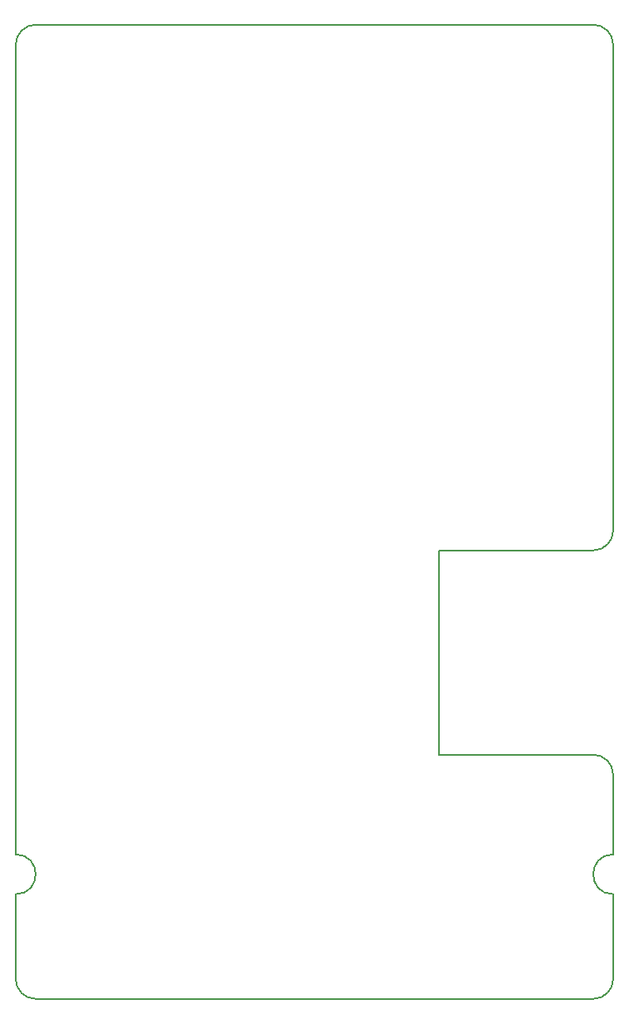
<source format=gbr>
G04 #@! TF.GenerationSoftware,KiCad,Pcbnew,(5.0.0)*
G04 #@! TF.CreationDate,2018-12-16T15:07:15-06:00*
G04 #@! TF.ProjectId,DriveBoard_Hardware,4472697665426F6172645F4861726477,rev?*
G04 #@! TF.SameCoordinates,Original*
G04 #@! TF.FileFunction,Profile,NP*
%FSLAX46Y46*%
G04 Gerber Fmt 4.6, Leading zero omitted, Abs format (unit mm)*
G04 Created by KiCad (PCBNEW (5.0.0)) date 12/16/18 15:07:15*
%MOMM*%
%LPD*%
G01*
G04 APERTURE LIST*
%ADD10C,0.150000*%
G04 APERTURE END LIST*
D10*
X122428000Y-37846000D02*
G75*
G02X124460000Y-35814000I2032000J0D01*
G01*
X181356000Y-35814000D02*
G75*
G02X183388000Y-37846000I0J-2032000D01*
G01*
X124460000Y-35814000D02*
X181356000Y-35814000D01*
X122428000Y-132588000D02*
X122428000Y-133096000D01*
X124968000Y-135128000D02*
X124460000Y-135128000D01*
X124460000Y-135128000D02*
G75*
G02X122428000Y-133096000I0J2032000D01*
G01*
X183388000Y-87376000D02*
G75*
G02X181356000Y-89408000I-2032000J0D01*
G01*
X181356000Y-110236000D02*
G75*
G02X183388000Y-112268000I0J-2032000D01*
G01*
X183388000Y-124460000D02*
G75*
G02X183388000Y-120396000I0J2032000D01*
G01*
X183388000Y-124460000D02*
X183388000Y-133096000D01*
X183388000Y-133096000D02*
G75*
G02X181356000Y-135128000I-2032000J0D01*
G01*
X181356000Y-135128000D02*
X130810000Y-135128000D01*
X183388000Y-112268000D02*
X183388000Y-120396000D01*
X165608000Y-110236000D02*
X181356000Y-110236000D01*
X165608000Y-89408000D02*
X165608000Y-110236000D01*
X181356000Y-89408000D02*
X165608000Y-89408000D01*
X183388000Y-37846000D02*
X183388000Y-87376000D01*
X122428000Y-120396000D02*
G75*
G02X122428000Y-124460000I0J-2032000D01*
G01*
X124968000Y-135128000D02*
X130810000Y-135128000D01*
X122428000Y-124460000D02*
X122428000Y-132588000D01*
X122428000Y-37846000D02*
X122428000Y-120396000D01*
M02*

</source>
